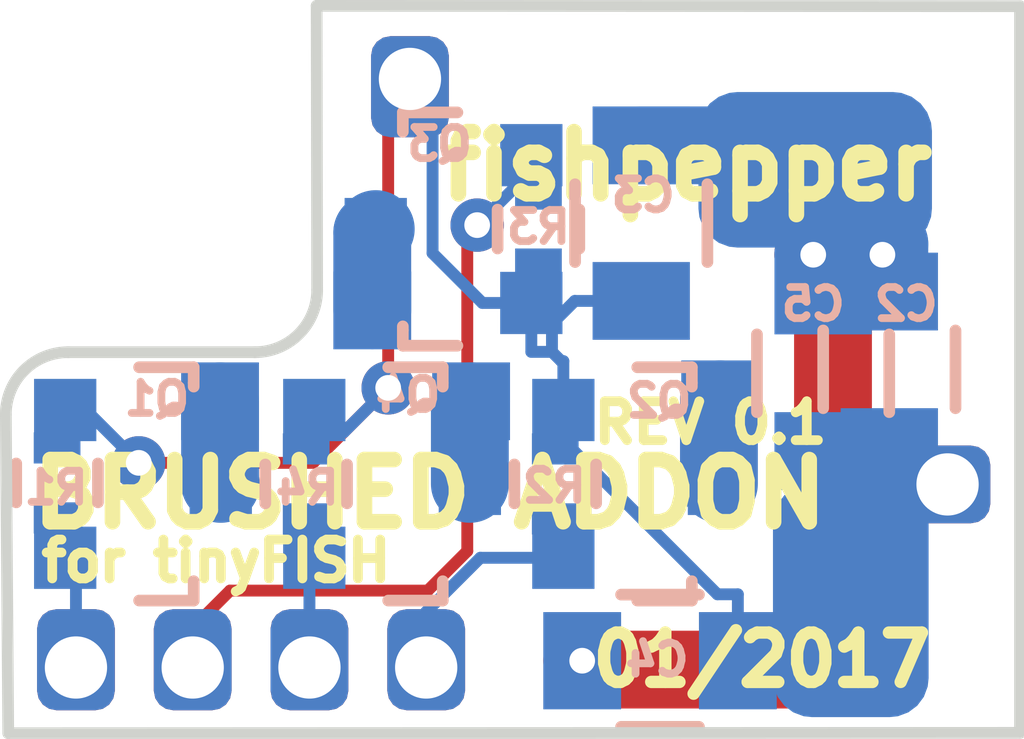
<source format=kicad_pcb>
(kicad_pcb (version 20171130) (host pcbnew "(5.1.12)-1")

  (general
    (thickness 1.6)
    (drawings 37)
    (tracks 109)
    (zones 0)
    (modules 24)
    (nets 11)
  )

  (page A4)
  (layers
    (0 F.Cu signal)
    (31 B.Cu signal)
    (32 B.Adhes user hide)
    (33 F.Adhes user hide)
    (34 B.Paste user hide)
    (35 F.Paste user hide)
    (36 B.SilkS user hide)
    (37 F.SilkS user hide)
    (38 B.Mask user hide)
    (39 F.Mask user hide)
    (40 Dwgs.User user hide)
    (41 Cmts.User user hide)
    (42 Eco1.User user hide)
    (43 Eco2.User user hide)
    (44 Edge.Cuts user)
    (45 Margin user hide)
    (46 B.CrtYd user hide)
    (47 F.CrtYd user hide)
    (48 B.Fab user hide)
    (49 F.Fab user hide)
  )

  (setup
    (last_trace_width 0.1524)
    (user_trace_width 1)
    (trace_clearance 0.1524)
    (zone_clearance 0.2032)
    (zone_45_only no)
    (trace_min 0.1524)
    (via_size 0.6858)
    (via_drill 0.3302)
    (via_min_size 0.6858)
    (via_min_drill 0.3302)
    (uvia_size 0.3)
    (uvia_drill 0.1)
    (uvias_allowed no)
    (uvia_min_size 0)
    (uvia_min_drill 0)
    (edge_width 0.15)
    (segment_width 0.2)
    (pcb_text_width 0.3)
    (pcb_text_size 1.5 1.5)
    (mod_edge_width 0.15)
    (mod_text_size 1 1)
    (mod_text_width 0.15)
    (pad_size 1.524 1.524)
    (pad_drill 0.762)
    (pad_to_mask_clearance 0.0762)
    (aux_axis_origin 0 0)
    (visible_elements 7FFFFFFF)
    (pcbplotparams
      (layerselection 0x010f0_ffffffff)
      (usegerberextensions false)
      (usegerberattributes true)
      (usegerberadvancedattributes true)
      (creategerberjobfile true)
      (excludeedgelayer true)
      (linewidth 0.100000)
      (plotframeref false)
      (viasonmask false)
      (mode 1)
      (useauxorigin false)
      (hpglpennumber 1)
      (hpglpenspeed 20)
      (hpglpendiameter 15.000000)
      (psnegative false)
      (psa4output false)
      (plotreference false)
      (plotvalue false)
      (plotinvisibletext false)
      (padsonsilk false)
      (subtractmaskfromsilk false)
      (outputformat 1)
      (mirror false)
      (drillshape 0)
      (scaleselection 1)
      (outputdirectory "gerber"))
  )

  (net 0 "")
  (net 1 GND)
  (net 2 "Net-(Q1-PadD)")
  (net 3 "Net-(Q1-PadG)")
  (net 4 "Net-(Q2-PadG)")
  (net 5 "Net-(Q2-PadD)")
  (net 6 "Net-(Q3-PadG)")
  (net 7 "Net-(Q3-PadD)")
  (net 8 "Net-(Q4-PadD)")
  (net 9 "Net-(Q4-PadG)")
  (net 10 "Net-(C2-Pad1)")

  (net_class Default "This is the default net class."
    (clearance 0.1524)
    (trace_width 0.1524)
    (via_dia 0.6858)
    (via_drill 0.3302)
    (uvia_dia 0.3)
    (uvia_drill 0.1)
    (add_net GND)
    (add_net "Net-(C2-Pad1)")
    (add_net "Net-(Q1-PadD)")
    (add_net "Net-(Q1-PadG)")
    (add_net "Net-(Q2-PadD)")
    (add_net "Net-(Q2-PadG)")
    (add_net "Net-(Q3-PadD)")
    (add_net "Net-(Q3-PadG)")
    (add_net "Net-(Q4-PadD)")
    (add_net "Net-(Q4-PadG)")
  )

  (module custom:edge_conn_1mm (layer F.Cu) (tedit 581E38A6) (tstamp 5823F003)
    (at 23.801 25.754)
    (path /581E2D41)
    (fp_text reference TP1 (at 0 0.5) (layer F.SilkS) hide
      (effects (font (size 0.4 0.4) (thickness 0.125)))
    )
    (fp_text value ESC_0 (at 0 -0.5) (layer F.Fab) hide
      (effects (font (size 0.4 0.4) (thickness 0.125)))
    )
    (pad 1 thru_hole roundrect (at 0 0) (size 1 1.3) (drill 0.8 (offset 0 -0.1)) (layers *.Cu *.Mask) (roundrect_rratio 0.25)
      (net 3 "Net-(Q1-PadG)"))
  )

  (module custom:edge_conn_1mm (layer F.Cu) (tedit 581E38A6) (tstamp 5823F008)
    (at 28.301 25.754)
    (path /581E40EC)
    (fp_text reference TP2 (at 0 0.5) (layer F.SilkS) hide
      (effects (font (size 0.4 0.4) (thickness 0.125)))
    )
    (fp_text value ESC_1 (at 0 -0.5) (layer F.Fab) hide
      (effects (font (size 0.4 0.4) (thickness 0.125)))
    )
    (pad 1 thru_hole roundrect (at 0 0) (size 1 1.3) (drill 0.8 (offset 0 -0.1)) (layers *.Cu *.Mask) (roundrect_rratio 0.25)
      (net 4 "Net-(Q2-PadG)"))
  )

  (module custom:edge_conn_1mm (layer F.Cu) (tedit 581E38A6) (tstamp 5823F00D)
    (at 25.301 25.754)
    (path /581E3DD7)
    (fp_text reference TP3 (at 0 0.5) (layer F.SilkS) hide
      (effects (font (size 0.4 0.4) (thickness 0.125)))
    )
    (fp_text value ESC_2 (at 0 -0.5) (layer F.Fab) hide
      (effects (font (size 0.4 0.4) (thickness 0.125)))
    )
    (pad 1 thru_hole roundrect (at 0 0) (size 1 1.3) (drill 0.8 (offset 0 -0.1)) (layers *.Cu *.Mask) (roundrect_rratio 0.25)
      (net 6 "Net-(Q3-PadG)"))
  )

  (module custom:edge_conn_1mm (layer F.Cu) (tedit 581E38A6) (tstamp 5823F012)
    (at 26.801 25.754)
    (path /581E42E4)
    (fp_text reference TP4 (at 0 0.5) (layer F.SilkS) hide
      (effects (font (size 0.4 0.4) (thickness 0.125)))
    )
    (fp_text value ESC_3 (at 0 -0.5) (layer F.Fab) hide
      (effects (font (size 0.4 0.4) (thickness 0.125)))
    )
    (pad 1 thru_hole roundrect (at 0 0) (size 1 1.3) (drill 0.8 (offset 0 -0.1)) (layers *.Cu *.Mask) (roundrect_rratio 0.25)
      (net 9 "Net-(Q4-PadG)"))
  )

  (module custom:edge_conn_1mm (layer F.Cu) (tedit 581E38A6) (tstamp 581E33CC)
    (at 35 23.4 90)
    (path /581E32A8)
    (fp_text reference TP11 (at 0 0.5 90) (layer F.SilkS) hide
      (effects (font (size 0.4 0.4) (thickness 0.125)))
    )
    (fp_text value GND (at 0 -0.5 90) (layer F.Fab) hide
      (effects (font (size 0.4 0.4) (thickness 0.125)))
    )
    (pad 1 thru_hole roundrect (at 0 0 90) (size 1 1.3) (drill 0.8 (offset 0 -0.1)) (layers *.Cu *.Mask) (roundrect_rratio 0.25)
      (net 1 GND))
  )

  (module Capacitors_SMD:C_0805 (layer B.Cu) (tedit 0) (tstamp 5823EF5E)
    (at 34.2519 21.9202 270)
    (descr "Capacitor SMD 0805, reflow soldering, AVX (see smccp.pdf)")
    (tags "capacitor 0805")
    (path /581E2844)
    (attr smd)
    (fp_text reference C2 (at -0.8382 -0.2159) (layer B.SilkS)
      (effects (font (size 0.4 0.4) (thickness 0.125)) (justify mirror))
    )
    (fp_text value 47u (at -0.0508 -0.2413 270) (layer B.Fab)
      (effects (font (size 0.4 0.4) (thickness 0.125)) (justify mirror))
    )
    (fp_line (start -0.5 -0.85) (end 0.5 -0.85) (layer B.SilkS) (width 0.15))
    (fp_line (start 0.5 0.85) (end -0.5 0.85) (layer B.SilkS) (width 0.15))
    (fp_line (start 1.8 1) (end 1.8 -1) (layer B.CrtYd) (width 0.05))
    (fp_line (start -1.8 1) (end -1.8 -1) (layer B.CrtYd) (width 0.05))
    (fp_line (start -1.8 -1) (end 1.8 -1) (layer B.CrtYd) (width 0.05))
    (fp_line (start -1.8 1) (end 1.8 1) (layer B.CrtYd) (width 0.05))
    (fp_line (start -1 0.625) (end 1 0.625) (layer B.Fab) (width 0.15))
    (fp_line (start 1 0.625) (end 1 -0.625) (layer B.Fab) (width 0.15))
    (fp_line (start 1 -0.625) (end -1 -0.625) (layer B.Fab) (width 0.15))
    (fp_line (start -1 -0.625) (end -1 0.625) (layer B.Fab) (width 0.15))
    (pad 2 smd rect (at 1 0 270) (size 1 1.25) (layers B.Cu B.Paste B.Mask)
      (net 1 GND))
    (pad 1 smd rect (at -1 0 270) (size 1 1.25) (layers B.Cu B.Paste B.Mask)
      (net 10 "Net-(C2-Pad1)"))
    (model Capacitors_SMD.3dshapes/C_0805.wrl
      (at (xyz 0 0 0))
      (scale (xyz 1 1 1))
      (rotate (xyz 0 0 0))
    )
  )

  (module Capacitors_SMD:C_0805 (layer B.Cu) (tedit 5878E44B) (tstamp 5823EF7E)
    (at 31.3055 25.6667)
    (descr "Capacitor SMD 0805, reflow soldering, AVX (see smccp.pdf)")
    (tags "capacitor 0805")
    (path /581E2B53)
    (attr smd)
    (fp_text reference C4 (at -0.0381 -0.0127) (layer B.SilkS)
      (effects (font (size 0.4 0.4) (thickness 0.125)) (justify mirror))
    )
    (fp_text value 47u (at -0.0127 0.0127) (layer B.Fab)
      (effects (font (size 0.4 0.4) (thickness 0.125)) (justify mirror))
    )
    (fp_line (start -0.5 -0.85) (end 0.5 -0.85) (layer B.SilkS) (width 0.15))
    (fp_line (start 0.5 0.85) (end -0.5 0.85) (layer B.SilkS) (width 0.15))
    (fp_line (start 1.8 1) (end 1.8 -1) (layer B.CrtYd) (width 0.05))
    (fp_line (start -1.8 1) (end -1.8 -1) (layer B.CrtYd) (width 0.05))
    (fp_line (start -1.8 -1) (end 1.8 -1) (layer B.CrtYd) (width 0.05))
    (fp_line (start -1.8 1) (end 1.8 1) (layer B.CrtYd) (width 0.05))
    (fp_line (start -1 0.625) (end 1 0.625) (layer B.Fab) (width 0.15))
    (fp_line (start 1 0.625) (end 1 -0.625) (layer B.Fab) (width 0.15))
    (fp_line (start 1 -0.625) (end -1 -0.625) (layer B.Fab) (width 0.15))
    (fp_line (start -1 -0.625) (end -1 0.625) (layer B.Fab) (width 0.15))
    (pad 2 smd rect (at 1 0) (size 1 1.25) (layers B.Cu B.Paste B.Mask)
      (net 1 GND))
    (pad 1 smd rect (at -1 0) (size 1 1.25) (layers B.Cu B.Paste B.Mask)
      (net 10 "Net-(C2-Pad1)"))
    (model Capacitors_SMD.3dshapes/C_0805.wrl
      (at (xyz 0 0 0))
      (scale (xyz 1 1 1))
      (rotate (xyz 0 0 0))
    )
  )

  (module Capacitors_SMD:C_0805 (layer B.Cu) (tedit 0) (tstamp 5823EF8E)
    (at 33.401 21.971 270)
    (descr "Capacitor SMD 0805, reflow soldering, AVX (see smccp.pdf)")
    (tags "capacitor 0805")
    (path /581E2BAA)
    (attr smd)
    (fp_text reference C5 (at -0.889 0.127) (layer B.SilkS)
      (effects (font (size 0.4 0.4) (thickness 0.125)) (justify mirror))
    )
    (fp_text value 47u (at -0.127 0.127 270) (layer B.Fab)
      (effects (font (size 0.4 0.4) (thickness 0.125)) (justify mirror))
    )
    (fp_line (start -1 -0.625) (end -1 0.625) (layer B.Fab) (width 0.15))
    (fp_line (start 1 -0.625) (end -1 -0.625) (layer B.Fab) (width 0.15))
    (fp_line (start 1 0.625) (end 1 -0.625) (layer B.Fab) (width 0.15))
    (fp_line (start -1 0.625) (end 1 0.625) (layer B.Fab) (width 0.15))
    (fp_line (start -1.8 1) (end 1.8 1) (layer B.CrtYd) (width 0.05))
    (fp_line (start -1.8 -1) (end 1.8 -1) (layer B.CrtYd) (width 0.05))
    (fp_line (start -1.8 1) (end -1.8 -1) (layer B.CrtYd) (width 0.05))
    (fp_line (start 1.8 1) (end 1.8 -1) (layer B.CrtYd) (width 0.05))
    (fp_line (start 0.5 0.85) (end -0.5 0.85) (layer B.SilkS) (width 0.15))
    (fp_line (start -0.5 -0.85) (end 0.5 -0.85) (layer B.SilkS) (width 0.15))
    (pad 1 smd rect (at -1 0 270) (size 1 1.25) (layers B.Cu B.Paste B.Mask)
      (net 10 "Net-(C2-Pad1)"))
    (pad 2 smd rect (at 1 0 270) (size 1 1.25) (layers B.Cu B.Paste B.Mask)
      (net 1 GND))
    (model Capacitors_SMD.3dshapes/C_0805.wrl
      (at (xyz 0 0 0))
      (scale (xyz 1 1 1))
      (rotate (xyz 0 0 0))
    )
  )

  (module custom:SI2302DS_SOT-23 (layer B.Cu) (tedit 5878E42C) (tstamp 5823EF9E)
    (at 24.6634 23.3934 90)
    (descr "SOT-23, Standard")
    (tags SOT-23)
    (path /581E261A)
    (attr smd)
    (fp_text reference Q1 (at 1.0922 0.1778 180) (layer B.SilkS)
      (effects (font (size 0.4 0.4) (thickness 0.125)) (justify mirror))
    )
    (fp_text value FET_N (at -0.0508 0.0254 90) (layer B.Fab)
      (effects (font (size 0.4 0.4) (thickness 0.125)) (justify mirror))
    )
    (fp_line (start 1.49982 0.65024) (end 1.49982 -0.0508) (layer B.SilkS) (width 0.15))
    (fp_line (start 1.29916 0.65024) (end 1.49982 0.65024) (layer B.SilkS) (width 0.15))
    (fp_line (start -1.49982 0.65024) (end -1.2509 0.65024) (layer B.SilkS) (width 0.15))
    (fp_line (start -1.49982 -0.0508) (end -1.49982 0.65024) (layer B.SilkS) (width 0.15))
    (fp_line (start 1.29916 0.65024) (end 1.2509 0.65024) (layer B.SilkS) (width 0.15))
    (fp_line (start -1.65 -1.6) (end -1.65 1.6) (layer B.CrtYd) (width 0.05))
    (fp_line (start 1.65 -1.6) (end -1.65 -1.6) (layer B.CrtYd) (width 0.05))
    (fp_line (start 1.65 1.6) (end 1.65 -1.6) (layer B.CrtYd) (width 0.05))
    (fp_line (start -1.65 1.6) (end 1.65 1.6) (layer B.CrtYd) (width 0.05))
    (pad D smd rect (at 0 0.99822 90) (size 0.8001 0.8001) (layers B.Cu B.Paste B.Mask)
      (net 2 "Net-(Q1-PadD)"))
    (pad S smd rect (at 0.95 -1.00076 90) (size 0.8001 0.8001) (layers B.Cu B.Paste B.Mask)
      (net 1 GND))
    (pad G smd rect (at -0.95 -1.00076 90) (size 0.8001 0.8001) (layers B.Cu B.Paste B.Mask)
      (net 3 "Net-(Q1-PadG)"))
    (model TO_SOT_Packages_SMD.3dshapes/SOT-23.wrl
      (at (xyz 0 0 0))
      (scale (xyz 1 1 1))
      (rotate (xyz 0 0 0))
    )
  )

  (module custom:SI2302DS_SOT-23 (layer B.Cu) (tedit 0) (tstamp 5823EFAE)
    (at 31.0642 23.3934 90)
    (descr "SOT-23, Standard")
    (tags SOT-23)
    (path /581E40E6)
    (attr smd)
    (fp_text reference Q2 (at 1.0668 0.2286 180) (layer B.SilkS)
      (effects (font (size 0.4 0.4) (thickness 0.125)) (justify mirror))
    )
    (fp_text value FET_N (at 0 0 90) (layer B.Fab)
      (effects (font (size 0.4 0.4) (thickness 0.125)) (justify mirror))
    )
    (fp_line (start -1.65 1.6) (end 1.65 1.6) (layer B.CrtYd) (width 0.05))
    (fp_line (start 1.65 1.6) (end 1.65 -1.6) (layer B.CrtYd) (width 0.05))
    (fp_line (start 1.65 -1.6) (end -1.65 -1.6) (layer B.CrtYd) (width 0.05))
    (fp_line (start -1.65 -1.6) (end -1.65 1.6) (layer B.CrtYd) (width 0.05))
    (fp_line (start 1.29916 0.65024) (end 1.2509 0.65024) (layer B.SilkS) (width 0.15))
    (fp_line (start -1.49982 -0.0508) (end -1.49982 0.65024) (layer B.SilkS) (width 0.15))
    (fp_line (start -1.49982 0.65024) (end -1.2509 0.65024) (layer B.SilkS) (width 0.15))
    (fp_line (start 1.29916 0.65024) (end 1.49982 0.65024) (layer B.SilkS) (width 0.15))
    (fp_line (start 1.49982 0.65024) (end 1.49982 -0.0508) (layer B.SilkS) (width 0.15))
    (pad G smd rect (at -0.95 -1.00076 90) (size 0.8001 0.8001) (layers B.Cu B.Paste B.Mask)
      (net 4 "Net-(Q2-PadG)"))
    (pad S smd rect (at 0.95 -1.00076 90) (size 0.8001 0.8001) (layers B.Cu B.Paste B.Mask)
      (net 1 GND))
    (pad D smd rect (at 0 0.99822 90) (size 0.8001 0.8001) (layers B.Cu B.Paste B.Mask)
      (net 5 "Net-(Q2-PadD)"))
    (model TO_SOT_Packages_SMD.3dshapes/SOT-23.wrl
      (at (xyz 0 0 0))
      (scale (xyz 1 1 1))
      (rotate (xyz 0 0 0))
    )
  )

  (module custom:SI2302DS_SOT-23 (layer B.Cu) (tedit 5878E41F) (tstamp 5823EFBE)
    (at 28.6512 20.1168 270)
    (descr "SOT-23, Standard")
    (tags SOT-23)
    (path /581E3DD1)
    (attr smd)
    (fp_text reference Q3 (at -1.0922 0.1778) (layer B.SilkS)
      (effects (font (size 0.4 0.4) (thickness 0.125)) (justify mirror))
    )
    (fp_text value FET_N (at -0.0762 -0.1016 270) (layer B.Fab)
      (effects (font (size 0.4 0.4) (thickness 0.125)) (justify mirror))
    )
    (fp_line (start -1.65 1.6) (end 1.65 1.6) (layer B.CrtYd) (width 0.05))
    (fp_line (start 1.65 1.6) (end 1.65 -1.6) (layer B.CrtYd) (width 0.05))
    (fp_line (start 1.65 -1.6) (end -1.65 -1.6) (layer B.CrtYd) (width 0.05))
    (fp_line (start -1.65 -1.6) (end -1.65 1.6) (layer B.CrtYd) (width 0.05))
    (fp_line (start 1.29916 0.65024) (end 1.2509 0.65024) (layer B.SilkS) (width 0.15))
    (fp_line (start -1.49982 -0.0508) (end -1.49982 0.65024) (layer B.SilkS) (width 0.15))
    (fp_line (start -1.49982 0.65024) (end -1.2509 0.65024) (layer B.SilkS) (width 0.15))
    (fp_line (start 1.29916 0.65024) (end 1.49982 0.65024) (layer B.SilkS) (width 0.15))
    (fp_line (start 1.49982 0.65024) (end 1.49982 -0.0508) (layer B.SilkS) (width 0.15))
    (pad G smd rect (at -0.95 -1.00076 270) (size 0.8001 0.8001) (layers B.Cu B.Paste B.Mask)
      (net 6 "Net-(Q3-PadG)"))
    (pad S smd rect (at 0.95 -1.00076 270) (size 0.8001 0.8001) (layers B.Cu B.Paste B.Mask)
      (net 1 GND))
    (pad D smd rect (at 0 0.99822 270) (size 0.8001 0.8001) (layers B.Cu B.Paste B.Mask)
      (net 7 "Net-(Q3-PadD)"))
    (model TO_SOT_Packages_SMD.3dshapes/SOT-23.wrl
      (at (xyz 0 0 0))
      (scale (xyz 1 1 1))
      (rotate (xyz 0 0 0))
    )
  )

  (module custom:SI2302DS_SOT-23 (layer B.Cu) (tedit 5878E43D) (tstamp 5823EFCE)
    (at 27.8638 23.3934 90)
    (descr "SOT-23, Standard")
    (tags SOT-23)
    (path /581E42DE)
    (attr smd)
    (fp_text reference Q4 (at 1.143 0.2032 180) (layer B.SilkS)
      (effects (font (size 0.4 0.4) (thickness 0.125)) (justify mirror))
    )
    (fp_text value FET_N (at 0.0254 0 90) (layer B.Fab)
      (effects (font (size 0.4 0.4) (thickness 0.125)) (justify mirror))
    )
    (fp_line (start 1.49982 0.65024) (end 1.49982 -0.0508) (layer B.SilkS) (width 0.15))
    (fp_line (start 1.29916 0.65024) (end 1.49982 0.65024) (layer B.SilkS) (width 0.15))
    (fp_line (start -1.49982 0.65024) (end -1.2509 0.65024) (layer B.SilkS) (width 0.15))
    (fp_line (start -1.49982 -0.0508) (end -1.49982 0.65024) (layer B.SilkS) (width 0.15))
    (fp_line (start 1.29916 0.65024) (end 1.2509 0.65024) (layer B.SilkS) (width 0.15))
    (fp_line (start -1.65 -1.6) (end -1.65 1.6) (layer B.CrtYd) (width 0.05))
    (fp_line (start 1.65 -1.6) (end -1.65 -1.6) (layer B.CrtYd) (width 0.05))
    (fp_line (start 1.65 1.6) (end 1.65 -1.6) (layer B.CrtYd) (width 0.05))
    (fp_line (start -1.65 1.6) (end 1.65 1.6) (layer B.CrtYd) (width 0.05))
    (pad D smd rect (at 0 0.99822 90) (size 0.8001 0.8001) (layers B.Cu B.Paste B.Mask)
      (net 8 "Net-(Q4-PadD)"))
    (pad S smd rect (at 0.95 -1.00076 90) (size 0.8001 0.8001) (layers B.Cu B.Paste B.Mask)
      (net 1 GND))
    (pad G smd rect (at -0.95 -1.00076 90) (size 0.8001 0.8001) (layers B.Cu B.Paste B.Mask)
      (net 9 "Net-(Q4-PadG)"))
    (model TO_SOT_Packages_SMD.3dshapes/SOT-23.wrl
      (at (xyz 0 0 0))
      (scale (xyz 1 1 1))
      (rotate (xyz 0 0 0))
    )
  )

  (module Resistors_SMD:R_0402 (layer B.Cu) (tedit 0) (tstamp 5823EFDA)
    (at 23.5585 23.3807 90)
    (descr "Resistor SMD 0402, reflow soldering, Vishay (see dcrcw.pdf)")
    (tags "resistor 0402")
    (path /581E2DDE)
    (attr smd)
    (fp_text reference R1 (at -0.0635 -0.0127 180) (layer B.SilkS)
      (effects (font (size 0.4 0.4) (thickness 0.125)) (justify mirror))
    )
    (fp_text value 10k (at -0.1143 0.0381 90) (layer B.Fab)
      (effects (font (size 0.4 0.4) (thickness 0.125)) (justify mirror))
    )
    (fp_line (start -0.95 0.65) (end 0.95 0.65) (layer B.CrtYd) (width 0.05))
    (fp_line (start -0.95 -0.65) (end 0.95 -0.65) (layer B.CrtYd) (width 0.05))
    (fp_line (start -0.95 0.65) (end -0.95 -0.65) (layer B.CrtYd) (width 0.05))
    (fp_line (start 0.95 0.65) (end 0.95 -0.65) (layer B.CrtYd) (width 0.05))
    (fp_line (start 0.25 0.525) (end -0.25 0.525) (layer B.SilkS) (width 0.15))
    (fp_line (start -0.25 -0.525) (end 0.25 -0.525) (layer B.SilkS) (width 0.15))
    (pad 1 smd rect (at -0.45 0 90) (size 0.4 0.6) (layers B.Cu B.Paste B.Mask)
      (net 3 "Net-(Q1-PadG)"))
    (pad 2 smd rect (at 0.45 0 90) (size 0.4 0.6) (layers B.Cu B.Paste B.Mask)
      (net 1 GND))
    (model Resistors_SMD.3dshapes/R_0402.wrl
      (at (xyz 0 0 0))
      (scale (xyz 1 1 1))
      (rotate (xyz 0 0 0))
    )
  )

  (module Resistors_SMD:R_0402 (layer B.Cu) (tedit 0) (tstamp 5823EFE6)
    (at 29.9593 23.3934 90)
    (descr "Resistor SMD 0402, reflow soldering, Vishay (see dcrcw.pdf)")
    (tags "resistor 0402")
    (path /581E40F2)
    (attr smd)
    (fp_text reference R2 (at -0.0254 -0.0127 180) (layer B.SilkS)
      (effects (font (size 0.4 0.4) (thickness 0.125)) (justify mirror))
    )
    (fp_text value 10k (at -0.0762 0.0381 90) (layer B.Fab)
      (effects (font (size 0.4 0.4) (thickness 0.125)) (justify mirror))
    )
    (fp_line (start -0.25 -0.525) (end 0.25 -0.525) (layer B.SilkS) (width 0.15))
    (fp_line (start 0.25 0.525) (end -0.25 0.525) (layer B.SilkS) (width 0.15))
    (fp_line (start 0.95 0.65) (end 0.95 -0.65) (layer B.CrtYd) (width 0.05))
    (fp_line (start -0.95 0.65) (end -0.95 -0.65) (layer B.CrtYd) (width 0.05))
    (fp_line (start -0.95 -0.65) (end 0.95 -0.65) (layer B.CrtYd) (width 0.05))
    (fp_line (start -0.95 0.65) (end 0.95 0.65) (layer B.CrtYd) (width 0.05))
    (pad 2 smd rect (at 0.45 0 90) (size 0.4 0.6) (layers B.Cu B.Paste B.Mask)
      (net 1 GND))
    (pad 1 smd rect (at -0.45 0 90) (size 0.4 0.6) (layers B.Cu B.Paste B.Mask)
      (net 4 "Net-(Q2-PadG)"))
    (model Resistors_SMD.3dshapes/R_0402.wrl
      (at (xyz 0 0 0))
      (scale (xyz 1 1 1))
      (rotate (xyz 0 0 0))
    )
  )

  (module Resistors_SMD:R_0402 (layer B.Cu) (tedit 0) (tstamp 5823EFF2)
    (at 29.7434 20.1168 270)
    (descr "Resistor SMD 0402, reflow soldering, Vishay (see dcrcw.pdf)")
    (tags "resistor 0402")
    (path /581E3DDD)
    (attr smd)
    (fp_text reference R3 (at -0.0254 0) (layer B.SilkS)
      (effects (font (size 0.4 0.4) (thickness 0.125)) (justify mirror))
    )
    (fp_text value 10k (at -0.1016 -0.0762 270) (layer B.Fab)
      (effects (font (size 0.4 0.4) (thickness 0.125)) (justify mirror))
    )
    (fp_line (start -0.25 -0.525) (end 0.25 -0.525) (layer B.SilkS) (width 0.15))
    (fp_line (start 0.25 0.525) (end -0.25 0.525) (layer B.SilkS) (width 0.15))
    (fp_line (start 0.95 0.65) (end 0.95 -0.65) (layer B.CrtYd) (width 0.05))
    (fp_line (start -0.95 0.65) (end -0.95 -0.65) (layer B.CrtYd) (width 0.05))
    (fp_line (start -0.95 -0.65) (end 0.95 -0.65) (layer B.CrtYd) (width 0.05))
    (fp_line (start -0.95 0.65) (end 0.95 0.65) (layer B.CrtYd) (width 0.05))
    (pad 2 smd rect (at 0.45 0 270) (size 0.4 0.6) (layers B.Cu B.Paste B.Mask)
      (net 1 GND))
    (pad 1 smd rect (at -0.45 0 270) (size 0.4 0.6) (layers B.Cu B.Paste B.Mask)
      (net 6 "Net-(Q3-PadG)"))
    (model Resistors_SMD.3dshapes/R_0402.wrl
      (at (xyz 0 0 0))
      (scale (xyz 1 1 1))
      (rotate (xyz 0 0 0))
    )
  )

  (module custom:TP_1x1 (layer B.Cu) (tedit 581DB7CE) (tstamp 5823F017)
    (at 25.5524 22.6314)
    (path /581E2FD8)
    (fp_text reference TP5 (at -0.1 3.2) (layer B.SilkS) hide
      (effects (font (size 0.4 0.4) (thickness 0.125)) (justify mirror))
    )
    (fp_text value M-_0 (at 0.1 5) (layer B.SilkS) hide
      (effects (font (size 0.4 0.4) (thickness 0.125)) (justify mirror))
    )
    (pad 1 smd rect (at 0.1 -0.3) (size 1 1) (layers B.Cu B.Mask)
      (net 2 "Net-(Q1-PadD)"))
  )

  (module custom:TP_1x1 (layer B.Cu) (tedit 581DB7CE) (tstamp 5823F01C)
    (at 31.9786 22.606)
    (path /581E40FE)
    (fp_text reference TP6 (at -0.1 3.2) (layer B.SilkS) hide
      (effects (font (size 0.4 0.4) (thickness 0.125)) (justify mirror))
    )
    (fp_text value M-_1 (at 0.1 5) (layer B.SilkS) hide
      (effects (font (size 0.4 0.4) (thickness 0.125)) (justify mirror))
    )
    (pad 1 smd rect (at 0.1 -0.3) (size 1 1) (layers B.Cu B.Mask)
      (net 5 "Net-(Q2-PadD)"))
  )

  (module custom:TP_1x1 (layer B.Cu) (tedit 581DB7CE) (tstamp 5823F021)
    (at 27.5082 21.463)
    (path /581E3DE9)
    (fp_text reference TP7 (at -0.1 3.2) (layer B.SilkS) hide
      (effects (font (size 0.4 0.4) (thickness 0.125)) (justify mirror))
    )
    (fp_text value M-_2 (at 0.1 5) (layer B.SilkS) hide
      (effects (font (size 0.4 0.4) (thickness 0.125)) (justify mirror))
    )
    (pad 1 smd rect (at 0.1 -0.3) (size 1 1) (layers B.Cu B.Mask)
      (net 7 "Net-(Q3-PadD)"))
  )

  (module custom:TP_1x1 (layer B.Cu) (tedit 581DB7CE) (tstamp 5823F026)
    (at 28.7782 22.6314)
    (path /581E42F6)
    (fp_text reference TP8 (at -0.1 3.2) (layer B.SilkS) hide
      (effects (font (size 0.4 0.4) (thickness 0.125)) (justify mirror))
    )
    (fp_text value M-_3 (at 0.1 5) (layer B.SilkS) hide
      (effects (font (size 0.4 0.4) (thickness 0.125)) (justify mirror))
    )
    (pad 1 smd rect (at 0.1 -0.3) (size 1 1) (layers B.Cu B.Mask)
      (net 8 "Net-(Q4-PadD)"))
  )

  (module custom:PAD_2x3 (layer B.Cu) (tedit 581DB87C) (tstamp 5823F02B)
    (at 33.2994 19.3548 90)
    (path /581E2C9C)
    (fp_text reference TP9 (at 0 -0.5 90) (layer B.SilkS) hide
      (effects (font (size 0.4 0.4) (thickness 0.125)) (justify mirror))
    )
    (fp_text value VBAT (at 0 0.5) (layer B.Fab) hide
      (effects (font (size 0.4 0.4) (thickness 0.125)) (justify mirror))
    )
    (pad 1 smd roundrect (at 0 0 90) (size 2 3) (layers B.Cu B.Mask) (roundrect_rratio 0.25)
      (net 10 "Net-(C2-Pad1)"))
  )

  (module custom:PAD_2x3 (layer B.Cu) (tedit 581DB87C) (tstamp 5823F030)
    (at 33.7566 24.892 180)
    (path /581E2D0E)
    (fp_text reference TP10 (at 0 -0.5 180) (layer B.SilkS) hide
      (effects (font (size 0.4 0.4) (thickness 0.125)) (justify mirror))
    )
    (fp_text value GND (at 0 0.5 90) (layer B.Fab) hide
      (effects (font (size 0.4 0.4) (thickness 0.125)) (justify mirror))
    )
    (pad 1 smd roundrect (at 0 0 180) (size 2 3) (layers B.Cu B.Mask) (roundrect_rratio 0.25)
      (net 1 GND))
  )

  (module Capacitors_SMD:C_0805 (layer B.Cu) (tedit 5878E44F) (tstamp 581EBF84)
    (at 31.0642 20.0406 270)
    (descr "Capacitor SMD 0805, reflow soldering, AVX (see smccp.pdf)")
    (tags "capacitor 0805")
    (path /581E2AA7)
    (attr smd)
    (fp_text reference C3 (at -0.3556 -0.0254) (layer B.SilkS)
      (effects (font (size 0.4 0.4) (thickness 0.125)) (justify mirror))
    )
    (fp_text value 47u (at 0.1016 0.0762 270) (layer B.Fab)
      (effects (font (size 0.4 0.4) (thickness 0.125)) (justify mirror))
    )
    (fp_line (start -1 -0.625) (end -1 0.625) (layer B.Fab) (width 0.15))
    (fp_line (start 1 -0.625) (end -1 -0.625) (layer B.Fab) (width 0.15))
    (fp_line (start 1 0.625) (end 1 -0.625) (layer B.Fab) (width 0.15))
    (fp_line (start -1 0.625) (end 1 0.625) (layer B.Fab) (width 0.15))
    (fp_line (start -1.8 1) (end 1.8 1) (layer B.CrtYd) (width 0.05))
    (fp_line (start -1.8 -1) (end 1.8 -1) (layer B.CrtYd) (width 0.05))
    (fp_line (start -1.8 1) (end -1.8 -1) (layer B.CrtYd) (width 0.05))
    (fp_line (start 1.8 1) (end 1.8 -1) (layer B.CrtYd) (width 0.05))
    (fp_line (start 0.5 0.85) (end -0.5 0.85) (layer B.SilkS) (width 0.15))
    (fp_line (start -0.5 -0.85) (end 0.5 -0.85) (layer B.SilkS) (width 0.15))
    (pad 1 smd rect (at -1 0 270) (size 1 1.25) (layers B.Cu B.Paste B.Mask)
      (net 10 "Net-(C2-Pad1)"))
    (pad 2 smd rect (at 1 0 270) (size 1 1.25) (layers B.Cu B.Paste B.Mask)
      (net 1 GND))
    (model Capacitors_SMD.3dshapes/C_0805.wrl
      (at (xyz 0 0 0))
      (scale (xyz 1 1 1))
      (rotate (xyz 0 0 0))
    )
  )

  (module Resistors_SMD:R_0402 (layer B.Cu) (tedit 0) (tstamp 581EBF90)
    (at 26.7589 23.3934 90)
    (descr "Resistor SMD 0402, reflow soldering, Vishay (see dcrcw.pdf)")
    (tags "resistor 0402")
    (path /581E42EA)
    (attr smd)
    (fp_text reference R4 (at -0.0508 0.0127 180) (layer B.SilkS)
      (effects (font (size 0.4 0.4) (thickness 0.125)) (justify mirror))
    )
    (fp_text value 10k (at -0.0508 -0.0127 90) (layer B.Fab)
      (effects (font (size 0.4 0.4) (thickness 0.125)) (justify mirror))
    )
    (fp_line (start -0.95 0.65) (end 0.95 0.65) (layer B.CrtYd) (width 0.05))
    (fp_line (start -0.95 -0.65) (end 0.95 -0.65) (layer B.CrtYd) (width 0.05))
    (fp_line (start -0.95 0.65) (end -0.95 -0.65) (layer B.CrtYd) (width 0.05))
    (fp_line (start 0.95 0.65) (end 0.95 -0.65) (layer B.CrtYd) (width 0.05))
    (fp_line (start 0.25 0.525) (end -0.25 0.525) (layer B.SilkS) (width 0.15))
    (fp_line (start -0.25 -0.525) (end 0.25 -0.525) (layer B.SilkS) (width 0.15))
    (pad 1 smd rect (at -0.45 0 90) (size 0.4 0.6) (layers B.Cu B.Paste B.Mask)
      (net 9 "Net-(Q4-PadG)"))
    (pad 2 smd rect (at 0.45 0 90) (size 0.4 0.6) (layers B.Cu B.Paste B.Mask)
      (net 1 GND))
    (model Resistors_SMD.3dshapes/R_0402.wrl
      (at (xyz 0 0 0))
      (scale (xyz 1 1 1))
      (rotate (xyz 0 0 0))
    )
  )

  (module custom:edge_conn_1mm (layer F.Cu) (tedit 581E38A6) (tstamp 581EC31C)
    (at 28.0924 18.1864 180)
    (path /581EC38B)
    (fp_text reference TP12 (at 0 0.5 180) (layer F.SilkS) hide
      (effects (font (size 0.4 0.4) (thickness 0.125)))
    )
    (fp_text value GND (at 0 -0.5 180) (layer F.Fab) hide
      (effects (font (size 0.4 0.4) (thickness 0.125)))
    )
    (pad 1 thru_hole roundrect (at 0 0 180) (size 1 1.3) (drill 0.8 (offset 0 -0.1)) (layers *.Cu *.Mask) (roundrect_rratio 0.25)
      (net 1 GND))
  )

  (gr_text "VMOTOR -" (at 36.449 24.9428) (layer Eco2.User) (tstamp 5878E5F5)
    (effects (font (size 1 1) (thickness 0.25)) (justify right mirror))
  )
  (gr_text "VMOTOR +" (at 36.2458 19.1516) (layer Eco2.User) (tstamp 5878E5EB)
    (effects (font (size 1 1) (thickness 0.25)) (justify right mirror))
  )
  (gr_text "+ MOTOR 1" (at 21.7678 18.0848) (layer Eco2.User) (tstamp 5878E5E1)
    (effects (font (size 1 1) (thickness 0.25)) (justify left mirror))
  )
  (gr_text "+ MOTOR 3" (at 21.7424 19.6596) (layer Eco2.User) (tstamp 5878E5DF)
    (effects (font (size 1 1) (thickness 0.25)) (justify left mirror))
  )
  (gr_text "+ MOTOR 2" (at 21.7678 21.0312) (layer Eco2.User) (tstamp 5878E5DD)
    (effects (font (size 1 1) (thickness 0.25)) (justify left mirror))
  )
  (gr_text "+ MOTOR 4" (at 21.7678 22.606) (layer Eco2.User)
    (effects (font (size 1 1) (thickness 0.25)) (justify left mirror))
  )
  (gr_text "REV 0.1" (at 31.9532 22.606) (layer F.SilkS) (tstamp 5)
    (effects (font (size 0.5 0.5) (thickness 0.125)))
  )
  (gr_text "for tinyFISH" (at 25.6032 24.384) (layer F.SilkS)
    (effects (font (size 0.5 0.5) (thickness 0.125)))
  )
  (gr_text "01/2017\n" (at 32.6136 25.654) (layer F.SilkS)
    (effects (font (size 0.635 0.635) (thickness 0.15875)))
  )
  (gr_text fishpepper (at 31.6484 19.304) (layer F.SilkS) (tstamp 581E37E9)
    (effects (font (size 0.8 0.8) (thickness 0.2)))
  )
  (gr_text "BRUSHED ADDON" (at 28.3464 23.5204) (layer F.SilkS)
    (effects (font (size 0.8 0.8) (thickness 0.2)))
  )
  (gr_line (start 34.0614 19.1516) (end 36.2458 19.1516) (angle 90) (layer Eco2.User) (width 0.2))
  (gr_line (start 34.5948 24.9428) (end 36.449 24.9428) (angle 90) (layer Eco2.User) (width 0.2))
  (gr_line (start 24.7904 22.606) (end 21.7932 22.606) (angle 90) (layer Eco2.User) (width 0.2))
  (gr_line (start 25.0952 22.3012) (end 24.7904 22.606) (angle 90) (layer Eco2.User) (width 0.2))
  (gr_line (start 26.4668 18.0848) (end 21.7678 18.0848) (angle 90) (layer Eco2.User) (width 0.2))
  (gr_line (start 30.734 22.352) (end 26.4668 18.0848) (angle 90) (layer Eco2.User) (width 0.2))
  (gr_line (start 31.4198 22.352) (end 30.734 22.352) (angle 90) (layer Eco2.User) (width 0.2))
  (gr_line (start 25.7556 21.0312) (end 21.7678 21.0312) (angle 90) (layer Eco2.User) (width 0.2))
  (gr_line (start 27.0764 22.352) (end 25.7556 21.0312) (angle 90) (layer Eco2.User) (width 0.2))
  (gr_line (start 28.2448 22.352) (end 27.0764 22.352) (angle 90) (layer Eco2.User) (width 0.2))
  (gr_line (start 25.8826 19.6596) (end 21.7424 19.6596) (angle 90) (layer Eco2.User) (width 0.2))
  (gr_line (start 27.0764 20.8534) (end 25.8826 19.6596) (angle 90) (layer Eco2.User) (width 0.2))
  (gr_line (start 26.9 20.9) (end 26.89352 17.2466) (angle 90) (layer Edge.Cuts) (width 0.15))
  (gr_line (start 22.93112 26.59888) (end 35.93084 26.5938) (angle 90) (layer Edge.Cuts) (width 0.15))
  (gr_line (start 35.93084 17.25168) (end 35.93084 26.5938) (angle 90) (layer Edge.Cuts) (width 0.15))
  (gr_line (start 26.89352 17.2466) (end 35.93084 17.25168) (angle 90) (layer Edge.Cuts) (width 0.15))
  (gr_line (start 23.7 21.7) (end 26.1 21.7) (angle 90) (layer Edge.Cuts) (width 0.15))
  (gr_line (start 22.93112 26.59888) (end 22.9 22.5) (angle 90) (layer Edge.Cuts) (width 0.15))
  (gr_circle (center 33.782 24.9682) (end 34.4932 24.638) (layer Eco2.User) (width 0.2))
  (gr_circle (center 33.3248 19.2532) (end 34.0106 18.9484) (layer Eco2.User) (width 0.2))
  (gr_circle (center 32.0802 22.3266) (end 32.5628 21.8948) (layer Eco2.User) (width 0.2))
  (gr_circle (center 28.9052 22.352) (end 29.4132 21.971) (layer Eco2.User) (width 0.2))
  (gr_circle (center 25.654 22.3266) (end 26.162 22.1234) (layer Eco2.User) (width 0.2))
  (gr_circle (center 27.6098 21.1328) (end 28.0924 21.5138) (layer Eco2.User) (width 0.2))
  (gr_arc (start 23.7 22.5) (end 22.9 22.5) (angle 90) (layer Edge.Cuts) (width 0.15))
  (gr_arc (start 26.1 20.9) (end 26.9 20.9) (angle 90) (layer Edge.Cuts) (width 0.15))

  (segment (start 29.652 21.0668) (end 29.0232 21.0668) (width 0.1524) (layer B.Cu) (net 1))
  (segment (start 28.0924 18.1864) (end 28.383 18.477) (width 0.1524) (layer B.Cu) (net 1))
  (segment (start 28.383 18.477) (end 28.383 20.4266) (width 0.1524) (layer B.Cu) (net 1))
  (segment (start 28.383 20.4266) (end 29.0232 21.0668) (width 0.1524) (layer B.Cu) (net 1))
  (segment (start 34.2519 22.9456) (end 34.5456 22.9456) (width 0.1524) (layer B.Cu) (net 1))
  (segment (start 34.5456 22.9456) (end 35 23.4) (width 0.1524) (layer B.Cu) (net 1))
  (segment (start 33.401 22.971) (end 34.2265 22.971) (width 0.1524) (layer B.Cu) (net 1))
  (segment (start 34.2265 22.971) (end 34.2519 22.9456) (width 0.1524) (layer B.Cu) (net 1))
  (segment (start 34.2519 22.9456) (end 34.2519 22.9202) (width 0.1524) (layer B.Cu) (net 1))
  (segment (start 33.401 24.5364) (end 33.401 22.971) (width 0.1524) (layer B.Cu) (net 1))
  (segment (start 33.7566 24.892) (end 33.401 24.5364) (width 0.1524) (layer B.Cu) (net 1))
  (segment (start 32.3055 25.5386) (end 32.3988 25.5386) (width 0.1524) (layer B.Cu) (net 1))
  (segment (start 32.3988 25.5386) (end 33.401 24.5364) (width 0.1524) (layer B.Cu) (net 1))
  (segment (start 32.3055 25.2398) (end 32.3055 24.813) (width 0.1524) (layer B.Cu) (net 1))
  (segment (start 32.3055 25.6667) (end 32.3055 25.5386) (width 0.1524) (layer B.Cu) (net 1))
  (segment (start 32.3055 25.2398) (end 32.3055 25.5386) (width 0.1524) (layer B.Cu) (net 1))
  (segment (start 29.9593 22.729) (end 32.0433 24.813) (width 0.1524) (layer B.Cu) (net 1))
  (segment (start 32.0433 24.813) (end 32.3055 24.813) (width 0.1524) (layer B.Cu) (net 1))
  (segment (start 29.9593 22.729) (end 29.9593 22.5147) (width 0.1524) (layer B.Cu) (net 1))
  (segment (start 29.9593 22.9434) (end 29.9593 22.729) (width 0.1524) (layer B.Cu) (net 1))
  (segment (start 23.6626 22.4727) (end 23.9576 22.4727) (width 0.1524) (layer B.Cu) (net 1))
  (segment (start 23.9576 22.4727) (end 24.6076 23.1227) (width 0.1524) (layer B.Cu) (net 1))
  (segment (start 23.5585 22.502) (end 23.6333 22.502) (width 0.1524) (layer B.Cu) (net 1))
  (segment (start 23.6333 22.502) (end 23.6626 22.4727) (width 0.1524) (layer B.Cu) (net 1))
  (segment (start 23.6626 22.4727) (end 23.6626 22.4434) (width 0.1524) (layer B.Cu) (net 1))
  (segment (start 24.6076 23.1227) (end 26.8485 23.1227) (width 0.1524) (layer F.Cu) (net 1))
  (segment (start 26.8485 23.1227) (end 27.8126 22.1586) (width 0.1524) (layer F.Cu) (net 1))
  (segment (start 27.8126 22.1586) (end 27.8126 18.4662) (width 0.1524) (layer F.Cu) (net 1))
  (segment (start 27.8126 18.4662) (end 28.0924 18.1864) (width 0.1524) (layer F.Cu) (net 1))
  (segment (start 26.7589 22.729) (end 27.2422 22.729) (width 0.1524) (layer B.Cu) (net 1))
  (segment (start 27.2422 22.729) (end 27.8126 22.1586) (width 0.1524) (layer B.Cu) (net 1))
  (segment (start 26.7589 22.729) (end 26.7589 22.5147) (width 0.1524) (layer B.Cu) (net 1))
  (segment (start 26.7589 22.9434) (end 26.7589 22.729) (width 0.1524) (layer B.Cu) (net 1))
  (segment (start 29.9172 21.6956) (end 29.9172 21.3339) (width 0.1524) (layer B.Cu) (net 1))
  (segment (start 29.9172 21.3339) (end 30.2105 21.0406) (width 0.1524) (layer B.Cu) (net 1))
  (segment (start 30.0634 21.8146) (end 30.0362 21.8146) (width 0.1524) (layer B.Cu) (net 1))
  (segment (start 30.0362 21.8146) (end 29.9172 21.6956) (width 0.1524) (layer B.Cu) (net 1))
  (segment (start 29.652 21.6956) (end 29.9172 21.6956) (width 0.1524) (layer B.Cu) (net 1))
  (segment (start 31.0642 21.0406) (end 30.2105 21.0406) (width 0.1524) (layer B.Cu) (net 1))
  (segment (start 30.0634 22.4434) (end 30.0634 21.8146) (width 0.1524) (layer B.Cu) (net 1))
  (segment (start 29.652 21.0668) (end 29.652 21.6956) (width 0.1524) (layer B.Cu) (net 1))
  (segment (start 29.7434 20.9955) (end 29.7233 20.9955) (width 0.1524) (layer B.Cu) (net 1))
  (segment (start 29.7233 20.9955) (end 29.652 21.0668) (width 0.1524) (layer B.Cu) (net 1))
  (segment (start 23.5585 22.9307) (end 23.5585 22.502) (width 0.1524) (layer B.Cu) (net 1))
  (segment (start 26.7589 22.5147) (end 26.7917 22.5147) (width 0.1524) (layer B.Cu) (net 1))
  (segment (start 26.7917 22.5147) (end 26.863 22.4434) (width 0.1524) (layer B.Cu) (net 1))
  (segment (start 29.9593 22.5147) (end 29.9921 22.5147) (width 0.1524) (layer B.Cu) (net 1))
  (segment (start 29.9921 22.5147) (end 30.0634 22.4434) (width 0.1524) (layer B.Cu) (net 1))
  (segment (start 29.7434 20.5668) (end 29.7434 20.9955) (width 0.1524) (layer B.Cu) (net 1))
  (via (at 24.6076 23.1227) (size 0.6858) (layers F.Cu B.Cu) (net 1))
  (via (at 27.8126 22.1586) (size 0.6858) (layers F.Cu B.Cu) (net 1))
  (segment (start 25.6524 22.3314) (end 25.6524 23.3842) (width 1) (layer B.Cu) (net 2))
  (segment (start 25.6524 23.3842) (end 25.6616 23.3934) (width 1) (layer B.Cu) (net 2))
  (segment (start 23.801 25.299) (end 23.801 24.4818) (width 0.1524) (layer B.Cu) (net 3))
  (segment (start 23.801 24.4818) (end 23.6626 24.3434) (width 0.1524) (layer B.Cu) (net 3))
  (segment (start 23.801 25.754) (end 23.801 25.299) (width 0.1524) (layer B.Cu) (net 3))
  (segment (start 23.801 25.754) (end 23.801 25.299) (width 0.1524) (layer B.Cu) (net 3))
  (segment (start 23.5585 23.8307) (end 23.5585 24.2393) (width 0.1524) (layer B.Cu) (net 3))
  (segment (start 23.5585 24.2393) (end 23.6626 24.3434) (width 0.1524) (layer B.Cu) (net 3))
  (segment (start 28.301 25.299) (end 28.301 25.754) (width 0.25) (layer F.Cu) (net 4))
  (segment (start 28.301 25.754) (end 28.301 25.039) (width 0.1524) (layer B.Cu) (net 4))
  (segment (start 28.301 25.039) (end 28.9966 24.3434) (width 0.1524) (layer B.Cu) (net 4))
  (segment (start 28.9966 24.3434) (end 30.0634 24.3434) (width 0.1524) (layer B.Cu) (net 4))
  (segment (start 29.9593 23.8434) (end 29.9593 24.2393) (width 0.1524) (layer B.Cu) (net 4))
  (segment (start 29.9593 24.2393) (end 30.0634 24.3434) (width 0.1524) (layer B.Cu) (net 4))
  (segment (start 32.0624 23.3934) (end 32.0624 22.3222) (width 1) (layer B.Cu) (net 5))
  (segment (start 32.0624 22.3222) (end 32.0786 22.306) (width 1) (layer B.Cu) (net 5))
  (segment (start 25.6008 25.4542) (end 25.301 25.754) (width 0.25) (layer F.Cu) (net 6))
  (segment (start 28.956 20.066) (end 29.652 19.37) (width 0.1524) (layer B.Cu) (net 6))
  (segment (start 29.652 19.37) (end 29.652 19.1668) (width 0.1524) (layer B.Cu) (net 6))
  (segment (start 25.301 25.754) (end 25.301 25.245) (width 0.1524) (layer F.Cu) (net 6))
  (segment (start 25.301 25.245) (end 25.781 24.765) (width 0.1524) (layer F.Cu) (net 6))
  (segment (start 25.781 24.765) (end 28.321 24.765) (width 0.1524) (layer F.Cu) (net 6))
  (segment (start 28.321 24.765) (end 28.829 24.257) (width 0.1524) (layer F.Cu) (net 6))
  (segment (start 28.829 24.257) (end 28.829 20.193) (width 0.1524) (layer F.Cu) (net 6))
  (segment (start 28.829 20.193) (end 28.956 20.066) (width 0.1524) (layer F.Cu) (net 6))
  (segment (start 29.7434 19.6668) (end 29.7434 19.2582) (width 0.1524) (layer B.Cu) (net 6))
  (segment (start 29.7434 19.2582) (end 29.652 19.1668) (width 0.1524) (layer B.Cu) (net 6))
  (via (at 28.956 20.066) (size 0.6858) (layers F.Cu B.Cu) (net 6))
  (segment (start 27.6082 21.163) (end 27.6082 20.1616) (width 1) (layer B.Cu) (net 7))
  (segment (start 27.6082 20.1616) (end 27.653 20.1168) (width 1) (layer B.Cu) (net 7))
  (segment (start 28.862 23.3934) (end 28.862 22.3476) (width 1) (layer B.Cu) (net 8))
  (segment (start 28.862 22.3476) (end 28.8782 22.3314) (width 1) (layer B.Cu) (net 8))
  (segment (start 26.801 25.299) (end 26.801 24.4054) (width 0.1524) (layer B.Cu) (net 9))
  (segment (start 26.801 24.4054) (end 26.863 24.3434) (width 0.1524) (layer B.Cu) (net 9))
  (segment (start 26.801 25.754) (end 26.801 25.299) (width 0.1524) (layer B.Cu) (net 9))
  (segment (start 26.801 25.754) (end 26.801 25.299) (width 0.1524) (layer B.Cu) (net 9))
  (segment (start 26.7589 23.8434) (end 26.7589 24.2393) (width 0.1524) (layer B.Cu) (net 9))
  (segment (start 26.7589 24.2393) (end 26.863 24.3434) (width 0.1524) (layer B.Cu) (net 9))
  (segment (start 33.401 20.447) (end 34.163 20.447) (width 1) (layer B.Cu) (net 10))
  (segment (start 33.274 20.447) (end 33.401 20.447) (width 1) (layer B.Cu) (net 10))
  (segment (start 33.401 20.447) (end 33.401 19.4564) (width 1) (layer B.Cu) (net 10))
  (segment (start 33.401 19.4564) (end 33.2994 19.3548) (width 1) (layer B.Cu) (net 10))
  (segment (start 33.401 20.971) (end 33.401 20.447) (width 1) (layer B.Cu) (net 10))
  (segment (start 33.655 20.955) (end 34.163 20.447) (width 1) (layer F.Cu) (net 10))
  (segment (start 30.3055 25.6667) (end 30.4198 25.781) (width 1) (layer F.Cu) (net 10))
  (segment (start 30.4198 25.781) (end 33.655 25.781) (width 1) (layer F.Cu) (net 10))
  (segment (start 33.655 25.781) (end 33.528 25.654) (width 1) (layer F.Cu) (net 10))
  (segment (start 33.528 25.654) (end 33.528 21.082) (width 1) (layer F.Cu) (net 10))
  (segment (start 33.528 21.082) (end 33.655 20.955) (width 1) (layer F.Cu) (net 10))
  (segment (start 33.274 20.447) (end 33.655 20.828) (width 1) (layer F.Cu) (net 10))
  (segment (start 33.655 20.828) (end 33.655 20.955) (width 1) (layer F.Cu) (net 10))
  (segment (start 34.2519 20.9202) (end 34.2519 20.3073) (width 1) (layer B.Cu) (net 10))
  (segment (start 34.2519 20.3073) (end 33.2994 19.3548) (width 1) (layer B.Cu) (net 10))
  (segment (start 31.0642 19.0406) (end 32.9852 19.0406) (width 1) (layer B.Cu) (net 10))
  (segment (start 32.9852 19.0406) (end 33.2994 19.3548) (width 1) (layer B.Cu) (net 10))
  (via (at 33.274 20.447) (size 0.6858) (layers F.Cu B.Cu) (net 10))
  (via (at 34.163 20.447) (size 0.6858) (layers F.Cu B.Cu) (net 10))
  (via (at 30.3055 25.6667) (size 0.6858) (layers F.Cu B.Cu) (net 10))

)

</source>
